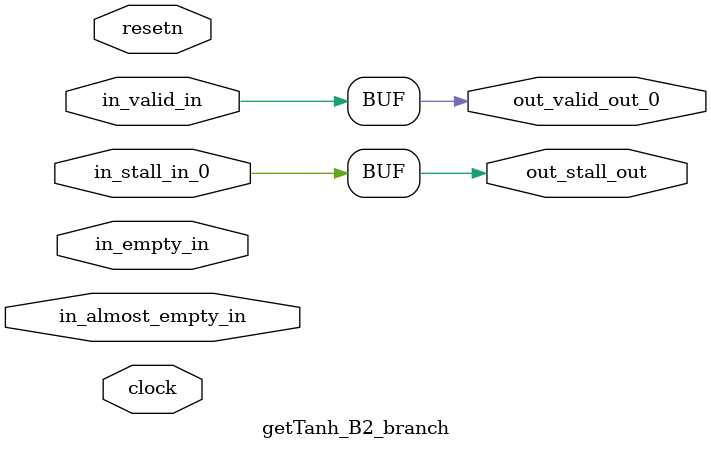
<source format=sv>



(* altera_attribute = "-name AUTO_SHIFT_REGISTER_RECOGNITION OFF; -name MESSAGE_DISABLE 10036; -name MESSAGE_DISABLE 10037; -name MESSAGE_DISABLE 14130; -name MESSAGE_DISABLE 14320; -name MESSAGE_DISABLE 15400; -name MESSAGE_DISABLE 14130; -name MESSAGE_DISABLE 10036; -name MESSAGE_DISABLE 12020; -name MESSAGE_DISABLE 12030; -name MESSAGE_DISABLE 12010; -name MESSAGE_DISABLE 12110; -name MESSAGE_DISABLE 14320; -name MESSAGE_DISABLE 13410; -name MESSAGE_DISABLE 113007; -name MESSAGE_DISABLE 10958" *)
module getTanh_B2_branch (
    input wire [0:0] in_almost_empty_in,
    input wire [0:0] in_empty_in,
    input wire [0:0] in_stall_in_0,
    input wire [0:0] in_valid_in,
    output wire [0:0] out_stall_out,
    output wire [0:0] out_valid_out_0,
    input wire clock,
    input wire resetn
    );

    reg [0:0] rst_sync_rst_sclrn;


    // out_stall_out(GPOUT,6)
    assign out_stall_out = in_stall_in_0;

    // out_valid_out_0(GPOUT,7)
    assign out_valid_out_0 = in_valid_in;

    // rst_sync(RESETSYNC,8)
    acl_reset_handler #(
        .ASYNC_RESET(0),
        .USE_SYNCHRONIZER(1),
        .PULSE_EXTENSION(0),
        .PIPE_DEPTH(3),
        .DUPLICATE(1)
    ) therst_sync (
        .clk(clock),
        .i_resetn(resetn),
        .o_sclrn(rst_sync_rst_sclrn)
    );

endmodule

</source>
